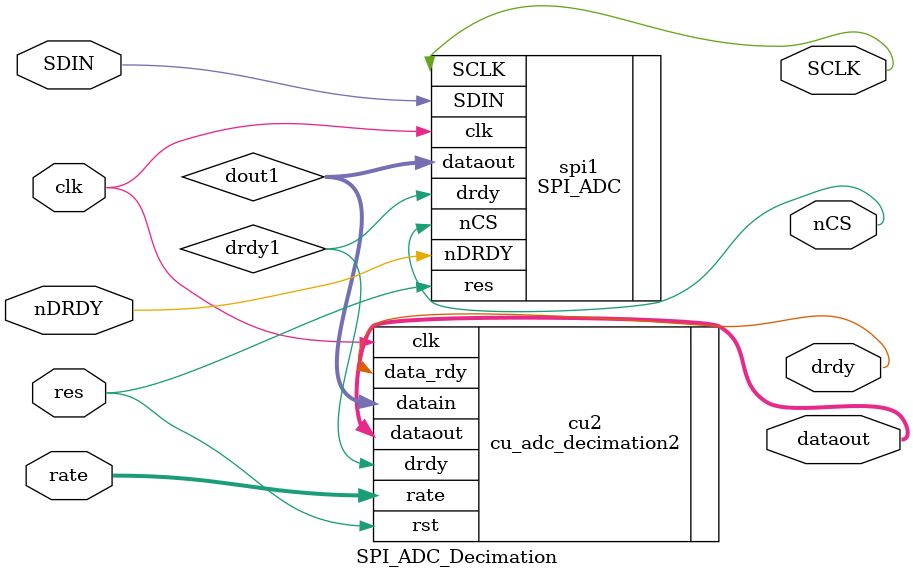
<source format=v>
module SPI_ADC_Decimation

(
input clk,
input res,

input [2:0] rate,

output drdy,
output [15:0] dataout,

/// adc interface
input SDIN, //from adc
input nDRDY,// from ADC
//output SDOUT;//to adc 
output SCLK, //to adc 
output nCS// to adc 
);




wire [15:0] dout1;
wire drdy1;


// Instantiate the module
SPI_ADC spi1 (
    .clk(clk), 
    .res(res), 
    
	 .nDRDY(nDRDY), //from adc
    .SDIN(SDIN), ////from adc 
   //.SDOUT(SDOUT1), //to adc
    .SCLK(SCLK), //to adc
    .nCS(nCS), //to adc
	 
    .drdy(drdy1), //local signal
    .dataout(dout1) //16 bit data at 32ks rate
    );

// Instantiate the module
cu_adc_decimation2 cu2 (
    .clk(clk), 
    .rst(res), 
    .drdy(drdy1), //input
    .datain(dout1),//16 bit data in 
    .rate(rate), //select decimation 16k or 8k or 1k
    .dataout(dataout), //16 bit decimated data at 16k or 8k or 1k
    .data_rdy(drdy)    //ready for decimated data 
    );




endmodule

</source>
